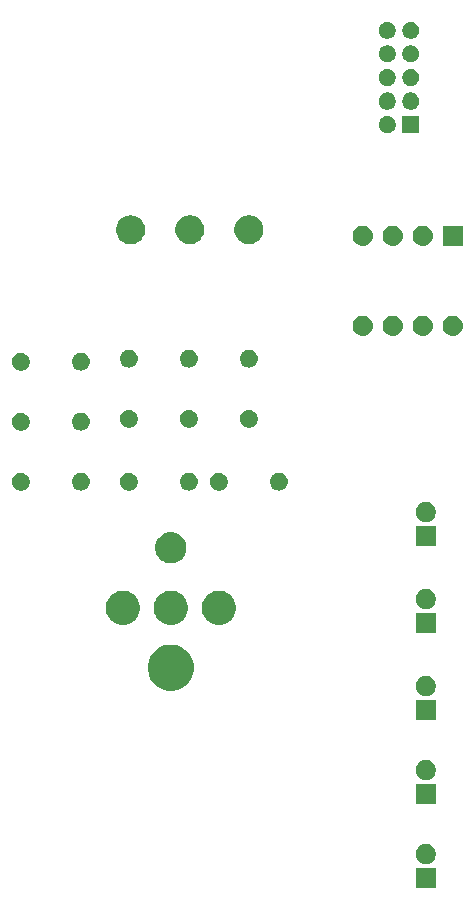
<source format=gbr>
G04 #@! TF.GenerationSoftware,KiCad,Pcbnew,(5.1.4)-1*
G04 #@! TF.CreationDate,2019-10-01T00:12:14+07:00*
G04 #@! TF.ProjectId,Microphone-PreAmp,4d696372-6f70-4686-9f6e-652d50726541,rev?*
G04 #@! TF.SameCoordinates,Original*
G04 #@! TF.FileFunction,Soldermask,Top*
G04 #@! TF.FilePolarity,Negative*
%FSLAX46Y46*%
G04 Gerber Fmt 4.6, Leading zero omitted, Abs format (unit mm)*
G04 Created by KiCad (PCBNEW (5.1.4)-1) date 2019-10-01 00:12:14*
%MOMM*%
%LPD*%
G04 APERTURE LIST*
%ADD10C,0.100000*%
G04 APERTURE END LIST*
D10*
G36*
X94577000Y-124295000D02*
G01*
X92875000Y-124295000D01*
X92875000Y-122593000D01*
X94577000Y-122593000D01*
X94577000Y-124295000D01*
X94577000Y-124295000D01*
G37*
G36*
X93974228Y-120625703D02*
G01*
X94129100Y-120689853D01*
X94268481Y-120782985D01*
X94387015Y-120901519D01*
X94480147Y-121040900D01*
X94544297Y-121195772D01*
X94577000Y-121360184D01*
X94577000Y-121527816D01*
X94544297Y-121692228D01*
X94480147Y-121847100D01*
X94387015Y-121986481D01*
X94268481Y-122105015D01*
X94129100Y-122198147D01*
X93974228Y-122262297D01*
X93809816Y-122295000D01*
X93642184Y-122295000D01*
X93477772Y-122262297D01*
X93322900Y-122198147D01*
X93183519Y-122105015D01*
X93064985Y-121986481D01*
X92971853Y-121847100D01*
X92907703Y-121692228D01*
X92875000Y-121527816D01*
X92875000Y-121360184D01*
X92907703Y-121195772D01*
X92971853Y-121040900D01*
X93064985Y-120901519D01*
X93183519Y-120782985D01*
X93322900Y-120689853D01*
X93477772Y-120625703D01*
X93642184Y-120593000D01*
X93809816Y-120593000D01*
X93974228Y-120625703D01*
X93974228Y-120625703D01*
G37*
G36*
X94577000Y-117183000D02*
G01*
X92875000Y-117183000D01*
X92875000Y-115481000D01*
X94577000Y-115481000D01*
X94577000Y-117183000D01*
X94577000Y-117183000D01*
G37*
G36*
X93974228Y-113513703D02*
G01*
X94129100Y-113577853D01*
X94268481Y-113670985D01*
X94387015Y-113789519D01*
X94480147Y-113928900D01*
X94544297Y-114083772D01*
X94577000Y-114248184D01*
X94577000Y-114415816D01*
X94544297Y-114580228D01*
X94480147Y-114735100D01*
X94387015Y-114874481D01*
X94268481Y-114993015D01*
X94129100Y-115086147D01*
X93974228Y-115150297D01*
X93809816Y-115183000D01*
X93642184Y-115183000D01*
X93477772Y-115150297D01*
X93322900Y-115086147D01*
X93183519Y-114993015D01*
X93064985Y-114874481D01*
X92971853Y-114735100D01*
X92907703Y-114580228D01*
X92875000Y-114415816D01*
X92875000Y-114248184D01*
X92907703Y-114083772D01*
X92971853Y-113928900D01*
X93064985Y-113789519D01*
X93183519Y-113670985D01*
X93322900Y-113577853D01*
X93477772Y-113513703D01*
X93642184Y-113481000D01*
X93809816Y-113481000D01*
X93974228Y-113513703D01*
X93974228Y-113513703D01*
G37*
G36*
X94577000Y-110071000D02*
G01*
X92875000Y-110071000D01*
X92875000Y-108369000D01*
X94577000Y-108369000D01*
X94577000Y-110071000D01*
X94577000Y-110071000D01*
G37*
G36*
X93974228Y-106401703D02*
G01*
X94129100Y-106465853D01*
X94268481Y-106558985D01*
X94387015Y-106677519D01*
X94480147Y-106816900D01*
X94544297Y-106971772D01*
X94577000Y-107136184D01*
X94577000Y-107303816D01*
X94544297Y-107468228D01*
X94480147Y-107623100D01*
X94387015Y-107762481D01*
X94268481Y-107881015D01*
X94129100Y-107974147D01*
X93974228Y-108038297D01*
X93809816Y-108071000D01*
X93642184Y-108071000D01*
X93477772Y-108038297D01*
X93322900Y-107974147D01*
X93183519Y-107881015D01*
X93064985Y-107762481D01*
X92971853Y-107623100D01*
X92907703Y-107468228D01*
X92875000Y-107303816D01*
X92875000Y-107136184D01*
X92907703Y-106971772D01*
X92971853Y-106816900D01*
X93064985Y-106677519D01*
X93183519Y-106558985D01*
X93322900Y-106465853D01*
X93477772Y-106401703D01*
X93642184Y-106369000D01*
X93809816Y-106369000D01*
X93974228Y-106401703D01*
X93974228Y-106401703D01*
G37*
G36*
X72576579Y-103758112D02*
G01*
X72702544Y-103783168D01*
X72849991Y-103844243D01*
X73058512Y-103930615D01*
X73058513Y-103930616D01*
X73378877Y-104144676D01*
X73651324Y-104417123D01*
X73794355Y-104631184D01*
X73865385Y-104737488D01*
X74012832Y-105093457D01*
X74088000Y-105471349D01*
X74088000Y-105856651D01*
X74012832Y-106234543D01*
X73865385Y-106590512D01*
X73865384Y-106590513D01*
X73651324Y-106910877D01*
X73378877Y-107183324D01*
X73164816Y-107326355D01*
X73058512Y-107397385D01*
X72887479Y-107468229D01*
X72702544Y-107544832D01*
X72576579Y-107569888D01*
X72324651Y-107620000D01*
X71939349Y-107620000D01*
X71687421Y-107569888D01*
X71561456Y-107544832D01*
X71376521Y-107468229D01*
X71205488Y-107397385D01*
X71099184Y-107326355D01*
X70885123Y-107183324D01*
X70612676Y-106910877D01*
X70398616Y-106590513D01*
X70398615Y-106590512D01*
X70251168Y-106234543D01*
X70176000Y-105856651D01*
X70176000Y-105471349D01*
X70251168Y-105093457D01*
X70398615Y-104737488D01*
X70469645Y-104631184D01*
X70612676Y-104417123D01*
X70885123Y-104144676D01*
X71205487Y-103930616D01*
X71205488Y-103930615D01*
X71414009Y-103844243D01*
X71561456Y-103783168D01*
X71687421Y-103758112D01*
X71939349Y-103708000D01*
X72324651Y-103708000D01*
X72576579Y-103758112D01*
X72576579Y-103758112D01*
G37*
G36*
X94577000Y-102705000D02*
G01*
X92875000Y-102705000D01*
X92875000Y-101003000D01*
X94577000Y-101003000D01*
X94577000Y-102705000D01*
X94577000Y-102705000D01*
G37*
G36*
X68307540Y-99156523D02*
G01*
X68493783Y-99193569D01*
X68756938Y-99302571D01*
X68993772Y-99460818D01*
X69195182Y-99662228D01*
X69353429Y-99899062D01*
X69462431Y-100162217D01*
X69518000Y-100441581D01*
X69518000Y-100726419D01*
X69462431Y-101005783D01*
X69353429Y-101268938D01*
X69195182Y-101505772D01*
X68993772Y-101707182D01*
X68756938Y-101865429D01*
X68493783Y-101974431D01*
X68307540Y-102011477D01*
X68214420Y-102030000D01*
X67929580Y-102030000D01*
X67836460Y-102011477D01*
X67650217Y-101974431D01*
X67387062Y-101865429D01*
X67150228Y-101707182D01*
X66948818Y-101505772D01*
X66790571Y-101268938D01*
X66681569Y-101005783D01*
X66626000Y-100726419D01*
X66626000Y-100441581D01*
X66681569Y-100162217D01*
X66790571Y-99899062D01*
X66948818Y-99662228D01*
X67150228Y-99460818D01*
X67387062Y-99302571D01*
X67650217Y-99193569D01*
X67836460Y-99156523D01*
X67929580Y-99138000D01*
X68214420Y-99138000D01*
X68307540Y-99156523D01*
X68307540Y-99156523D01*
G37*
G36*
X72367540Y-99156523D02*
G01*
X72553783Y-99193569D01*
X72816938Y-99302571D01*
X73053772Y-99460818D01*
X73255182Y-99662228D01*
X73413429Y-99899062D01*
X73522431Y-100162217D01*
X73578000Y-100441581D01*
X73578000Y-100726419D01*
X73522431Y-101005783D01*
X73413429Y-101268938D01*
X73255182Y-101505772D01*
X73053772Y-101707182D01*
X72816938Y-101865429D01*
X72553783Y-101974431D01*
X72367540Y-102011477D01*
X72274420Y-102030000D01*
X71989580Y-102030000D01*
X71896460Y-102011477D01*
X71710217Y-101974431D01*
X71447062Y-101865429D01*
X71210228Y-101707182D01*
X71008818Y-101505772D01*
X70850571Y-101268938D01*
X70741569Y-101005783D01*
X70686000Y-100726419D01*
X70686000Y-100441581D01*
X70741569Y-100162217D01*
X70850571Y-99899062D01*
X71008818Y-99662228D01*
X71210228Y-99460818D01*
X71447062Y-99302571D01*
X71710217Y-99193569D01*
X71896460Y-99156523D01*
X71989580Y-99138000D01*
X72274420Y-99138000D01*
X72367540Y-99156523D01*
X72367540Y-99156523D01*
G37*
G36*
X76437540Y-99156523D02*
G01*
X76623783Y-99193569D01*
X76886938Y-99302571D01*
X77123772Y-99460818D01*
X77325182Y-99662228D01*
X77483429Y-99899062D01*
X77592431Y-100162217D01*
X77648000Y-100441581D01*
X77648000Y-100726419D01*
X77592431Y-101005783D01*
X77483429Y-101268938D01*
X77325182Y-101505772D01*
X77123772Y-101707182D01*
X76886938Y-101865429D01*
X76623783Y-101974431D01*
X76437540Y-102011477D01*
X76344420Y-102030000D01*
X76059580Y-102030000D01*
X75966460Y-102011477D01*
X75780217Y-101974431D01*
X75517062Y-101865429D01*
X75280228Y-101707182D01*
X75078818Y-101505772D01*
X74920571Y-101268938D01*
X74811569Y-101005783D01*
X74756000Y-100726419D01*
X74756000Y-100441581D01*
X74811569Y-100162217D01*
X74920571Y-99899062D01*
X75078818Y-99662228D01*
X75280228Y-99460818D01*
X75517062Y-99302571D01*
X75780217Y-99193569D01*
X75966460Y-99156523D01*
X76059580Y-99138000D01*
X76344420Y-99138000D01*
X76437540Y-99156523D01*
X76437540Y-99156523D01*
G37*
G36*
X93974228Y-99035703D02*
G01*
X94129100Y-99099853D01*
X94268481Y-99192985D01*
X94387015Y-99311519D01*
X94480147Y-99450900D01*
X94544297Y-99605772D01*
X94577000Y-99770184D01*
X94577000Y-99937816D01*
X94544297Y-100102228D01*
X94480147Y-100257100D01*
X94387015Y-100396481D01*
X94268481Y-100515015D01*
X94129100Y-100608147D01*
X93974228Y-100672297D01*
X93809816Y-100705000D01*
X93642184Y-100705000D01*
X93477772Y-100672297D01*
X93322900Y-100608147D01*
X93183519Y-100515015D01*
X93064985Y-100396481D01*
X92971853Y-100257100D01*
X92907703Y-100102228D01*
X92875000Y-99937816D01*
X92875000Y-99770184D01*
X92907703Y-99605772D01*
X92971853Y-99450900D01*
X93064985Y-99311519D01*
X93183519Y-99192985D01*
X93322900Y-99099853D01*
X93477772Y-99035703D01*
X93642184Y-99003000D01*
X93809816Y-99003000D01*
X93974228Y-99035703D01*
X93974228Y-99035703D01*
G37*
G36*
X72389715Y-94208383D02*
G01*
X72517322Y-94233765D01*
X72658148Y-94292097D01*
X72757727Y-94333344D01*
X72757728Y-94333345D01*
X72974089Y-94477912D01*
X73158088Y-94661911D01*
X73254685Y-94806479D01*
X73302656Y-94878273D01*
X73343903Y-94977852D01*
X73402235Y-95118678D01*
X73402235Y-95118680D01*
X73446060Y-95339000D01*
X73453000Y-95373893D01*
X73453000Y-95634107D01*
X73402235Y-95889322D01*
X73343903Y-96030148D01*
X73302656Y-96129727D01*
X73302655Y-96129728D01*
X73158088Y-96346089D01*
X72974089Y-96530088D01*
X72829521Y-96626685D01*
X72757727Y-96674656D01*
X72658148Y-96715903D01*
X72517322Y-96774235D01*
X72389715Y-96799617D01*
X72262109Y-96825000D01*
X72001891Y-96825000D01*
X71874285Y-96799617D01*
X71746678Y-96774235D01*
X71605852Y-96715903D01*
X71506273Y-96674656D01*
X71434479Y-96626685D01*
X71289911Y-96530088D01*
X71105912Y-96346089D01*
X70961345Y-96129728D01*
X70961344Y-96129727D01*
X70920097Y-96030148D01*
X70861765Y-95889322D01*
X70811000Y-95634107D01*
X70811000Y-95373893D01*
X70817941Y-95339000D01*
X70861765Y-95118680D01*
X70861765Y-95118678D01*
X70920097Y-94977852D01*
X70961344Y-94878273D01*
X71009315Y-94806479D01*
X71105912Y-94661911D01*
X71289911Y-94477912D01*
X71506272Y-94333345D01*
X71506273Y-94333344D01*
X71605852Y-94292097D01*
X71746678Y-94233765D01*
X71874285Y-94208383D01*
X72001891Y-94183000D01*
X72262109Y-94183000D01*
X72389715Y-94208383D01*
X72389715Y-94208383D01*
G37*
G36*
X94577000Y-95339000D02*
G01*
X92875000Y-95339000D01*
X92875000Y-93637000D01*
X94577000Y-93637000D01*
X94577000Y-95339000D01*
X94577000Y-95339000D01*
G37*
G36*
X93974228Y-91669703D02*
G01*
X94129100Y-91733853D01*
X94268481Y-91826985D01*
X94387015Y-91945519D01*
X94480147Y-92084900D01*
X94544297Y-92239772D01*
X94577000Y-92404184D01*
X94577000Y-92571816D01*
X94544297Y-92736228D01*
X94480147Y-92891100D01*
X94387015Y-93030481D01*
X94268481Y-93149015D01*
X94129100Y-93242147D01*
X93974228Y-93306297D01*
X93809816Y-93339000D01*
X93642184Y-93339000D01*
X93477772Y-93306297D01*
X93322900Y-93242147D01*
X93183519Y-93149015D01*
X93064985Y-93030481D01*
X92971853Y-92891100D01*
X92907703Y-92736228D01*
X92875000Y-92571816D01*
X92875000Y-92404184D01*
X92907703Y-92239772D01*
X92971853Y-92084900D01*
X93064985Y-91945519D01*
X93183519Y-91826985D01*
X93322900Y-91733853D01*
X93477772Y-91669703D01*
X93642184Y-91637000D01*
X93809816Y-91637000D01*
X93974228Y-91669703D01*
X93974228Y-91669703D01*
G37*
G36*
X59655059Y-89193860D02*
G01*
X59715294Y-89218810D01*
X59791732Y-89250472D01*
X59914735Y-89332660D01*
X60019340Y-89437265D01*
X60101528Y-89560268D01*
X60158140Y-89696941D01*
X60187000Y-89842033D01*
X60187000Y-89989967D01*
X60158140Y-90135059D01*
X60101528Y-90271732D01*
X60019340Y-90394735D01*
X59914735Y-90499340D01*
X59791732Y-90581528D01*
X59791731Y-90581529D01*
X59791730Y-90581529D01*
X59655059Y-90638140D01*
X59509968Y-90667000D01*
X59362032Y-90667000D01*
X59216941Y-90638140D01*
X59080270Y-90581529D01*
X59080269Y-90581529D01*
X59080268Y-90581528D01*
X58957265Y-90499340D01*
X58852660Y-90394735D01*
X58770472Y-90271732D01*
X58713860Y-90135059D01*
X58685000Y-89989967D01*
X58685000Y-89842033D01*
X58713860Y-89696941D01*
X58770472Y-89560268D01*
X58852660Y-89437265D01*
X58957265Y-89332660D01*
X59080268Y-89250472D01*
X59156707Y-89218810D01*
X59216941Y-89193860D01*
X59362032Y-89165000D01*
X59509968Y-89165000D01*
X59655059Y-89193860D01*
X59655059Y-89193860D01*
G37*
G36*
X64589665Y-89168622D02*
G01*
X64663222Y-89175867D01*
X64804786Y-89218810D01*
X64935252Y-89288546D01*
X64965040Y-89312992D01*
X65049607Y-89382393D01*
X65119008Y-89466960D01*
X65143454Y-89496748D01*
X65213190Y-89627214D01*
X65256133Y-89768778D01*
X65270633Y-89916000D01*
X65256133Y-90063222D01*
X65213190Y-90204786D01*
X65143454Y-90335252D01*
X65119008Y-90365040D01*
X65049607Y-90449607D01*
X64989004Y-90499341D01*
X64935252Y-90543454D01*
X64804786Y-90613190D01*
X64663222Y-90656133D01*
X64589665Y-90663378D01*
X64552888Y-90667000D01*
X64479112Y-90667000D01*
X64442335Y-90663378D01*
X64368778Y-90656133D01*
X64227214Y-90613190D01*
X64096748Y-90543454D01*
X64042996Y-90499341D01*
X63982393Y-90449607D01*
X63912992Y-90365040D01*
X63888546Y-90335252D01*
X63818810Y-90204786D01*
X63775867Y-90063222D01*
X63761367Y-89916000D01*
X63775867Y-89768778D01*
X63818810Y-89627214D01*
X63888546Y-89496748D01*
X63912992Y-89466960D01*
X63982393Y-89382393D01*
X64066960Y-89312992D01*
X64096748Y-89288546D01*
X64227214Y-89218810D01*
X64368778Y-89175867D01*
X64442335Y-89168622D01*
X64479112Y-89165000D01*
X64552888Y-89165000D01*
X64589665Y-89168622D01*
X64589665Y-89168622D01*
G37*
G36*
X68799059Y-89193860D02*
G01*
X68859294Y-89218810D01*
X68935732Y-89250472D01*
X69058735Y-89332660D01*
X69163340Y-89437265D01*
X69245528Y-89560268D01*
X69302140Y-89696941D01*
X69331000Y-89842033D01*
X69331000Y-89989967D01*
X69302140Y-90135059D01*
X69245528Y-90271732D01*
X69163340Y-90394735D01*
X69058735Y-90499340D01*
X68935732Y-90581528D01*
X68935731Y-90581529D01*
X68935730Y-90581529D01*
X68799059Y-90638140D01*
X68653968Y-90667000D01*
X68506032Y-90667000D01*
X68360941Y-90638140D01*
X68224270Y-90581529D01*
X68224269Y-90581529D01*
X68224268Y-90581528D01*
X68101265Y-90499340D01*
X67996660Y-90394735D01*
X67914472Y-90271732D01*
X67857860Y-90135059D01*
X67829000Y-89989967D01*
X67829000Y-89842033D01*
X67857860Y-89696941D01*
X67914472Y-89560268D01*
X67996660Y-89437265D01*
X68101265Y-89332660D01*
X68224268Y-89250472D01*
X68300707Y-89218810D01*
X68360941Y-89193860D01*
X68506032Y-89165000D01*
X68653968Y-89165000D01*
X68799059Y-89193860D01*
X68799059Y-89193860D01*
G37*
G36*
X73733665Y-89168622D02*
G01*
X73807222Y-89175867D01*
X73948786Y-89218810D01*
X74079252Y-89288546D01*
X74109040Y-89312992D01*
X74193607Y-89382393D01*
X74263008Y-89466960D01*
X74287454Y-89496748D01*
X74357190Y-89627214D01*
X74400133Y-89768778D01*
X74414633Y-89916000D01*
X74400133Y-90063222D01*
X74357190Y-90204786D01*
X74287454Y-90335252D01*
X74263008Y-90365040D01*
X74193607Y-90449607D01*
X74133004Y-90499341D01*
X74079252Y-90543454D01*
X73948786Y-90613190D01*
X73807222Y-90656133D01*
X73733665Y-90663378D01*
X73696888Y-90667000D01*
X73623112Y-90667000D01*
X73586335Y-90663378D01*
X73512778Y-90656133D01*
X73371214Y-90613190D01*
X73240748Y-90543454D01*
X73186996Y-90499341D01*
X73126393Y-90449607D01*
X73056992Y-90365040D01*
X73032546Y-90335252D01*
X72962810Y-90204786D01*
X72919867Y-90063222D01*
X72905367Y-89916000D01*
X72919867Y-89768778D01*
X72962810Y-89627214D01*
X73032546Y-89496748D01*
X73056992Y-89466960D01*
X73126393Y-89382393D01*
X73210960Y-89312992D01*
X73240748Y-89288546D01*
X73371214Y-89218810D01*
X73512778Y-89175867D01*
X73586335Y-89168622D01*
X73623112Y-89165000D01*
X73696888Y-89165000D01*
X73733665Y-89168622D01*
X73733665Y-89168622D01*
G37*
G36*
X81353665Y-89168622D02*
G01*
X81427222Y-89175867D01*
X81568786Y-89218810D01*
X81699252Y-89288546D01*
X81729040Y-89312992D01*
X81813607Y-89382393D01*
X81883008Y-89466960D01*
X81907454Y-89496748D01*
X81977190Y-89627214D01*
X82020133Y-89768778D01*
X82034633Y-89916000D01*
X82020133Y-90063222D01*
X81977190Y-90204786D01*
X81907454Y-90335252D01*
X81883008Y-90365040D01*
X81813607Y-90449607D01*
X81753004Y-90499341D01*
X81699252Y-90543454D01*
X81568786Y-90613190D01*
X81427222Y-90656133D01*
X81353665Y-90663378D01*
X81316888Y-90667000D01*
X81243112Y-90667000D01*
X81206335Y-90663378D01*
X81132778Y-90656133D01*
X80991214Y-90613190D01*
X80860748Y-90543454D01*
X80806996Y-90499341D01*
X80746393Y-90449607D01*
X80676992Y-90365040D01*
X80652546Y-90335252D01*
X80582810Y-90204786D01*
X80539867Y-90063222D01*
X80525367Y-89916000D01*
X80539867Y-89768778D01*
X80582810Y-89627214D01*
X80652546Y-89496748D01*
X80676992Y-89466960D01*
X80746393Y-89382393D01*
X80830960Y-89312992D01*
X80860748Y-89288546D01*
X80991214Y-89218810D01*
X81132778Y-89175867D01*
X81206335Y-89168622D01*
X81243112Y-89165000D01*
X81316888Y-89165000D01*
X81353665Y-89168622D01*
X81353665Y-89168622D01*
G37*
G36*
X76419059Y-89193860D02*
G01*
X76479294Y-89218810D01*
X76555732Y-89250472D01*
X76678735Y-89332660D01*
X76783340Y-89437265D01*
X76865528Y-89560268D01*
X76922140Y-89696941D01*
X76951000Y-89842033D01*
X76951000Y-89989967D01*
X76922140Y-90135059D01*
X76865528Y-90271732D01*
X76783340Y-90394735D01*
X76678735Y-90499340D01*
X76555732Y-90581528D01*
X76555731Y-90581529D01*
X76555730Y-90581529D01*
X76419059Y-90638140D01*
X76273968Y-90667000D01*
X76126032Y-90667000D01*
X75980941Y-90638140D01*
X75844270Y-90581529D01*
X75844269Y-90581529D01*
X75844268Y-90581528D01*
X75721265Y-90499340D01*
X75616660Y-90394735D01*
X75534472Y-90271732D01*
X75477860Y-90135059D01*
X75449000Y-89989967D01*
X75449000Y-89842033D01*
X75477860Y-89696941D01*
X75534472Y-89560268D01*
X75616660Y-89437265D01*
X75721265Y-89332660D01*
X75844268Y-89250472D01*
X75920707Y-89218810D01*
X75980941Y-89193860D01*
X76126032Y-89165000D01*
X76273968Y-89165000D01*
X76419059Y-89193860D01*
X76419059Y-89193860D01*
G37*
G36*
X59655059Y-84113860D02*
G01*
X59715294Y-84138810D01*
X59791732Y-84170472D01*
X59914735Y-84252660D01*
X60019340Y-84357265D01*
X60101528Y-84480268D01*
X60158140Y-84616941D01*
X60187000Y-84762033D01*
X60187000Y-84909967D01*
X60158140Y-85055059D01*
X60101528Y-85191732D01*
X60019340Y-85314735D01*
X59914735Y-85419340D01*
X59791732Y-85501528D01*
X59791731Y-85501529D01*
X59791730Y-85501529D01*
X59655059Y-85558140D01*
X59509968Y-85587000D01*
X59362032Y-85587000D01*
X59216941Y-85558140D01*
X59080270Y-85501529D01*
X59080269Y-85501529D01*
X59080268Y-85501528D01*
X58957265Y-85419340D01*
X58852660Y-85314735D01*
X58770472Y-85191732D01*
X58713860Y-85055059D01*
X58685000Y-84909967D01*
X58685000Y-84762033D01*
X58713860Y-84616941D01*
X58770472Y-84480268D01*
X58852660Y-84357265D01*
X58957265Y-84252660D01*
X59080268Y-84170472D01*
X59156707Y-84138810D01*
X59216941Y-84113860D01*
X59362032Y-84085000D01*
X59509968Y-84085000D01*
X59655059Y-84113860D01*
X59655059Y-84113860D01*
G37*
G36*
X64589665Y-84088622D02*
G01*
X64663222Y-84095867D01*
X64804786Y-84138810D01*
X64935252Y-84208546D01*
X64956846Y-84226268D01*
X65049607Y-84302393D01*
X65099296Y-84362941D01*
X65143454Y-84416748D01*
X65213190Y-84547214D01*
X65256133Y-84688778D01*
X65270633Y-84836000D01*
X65256133Y-84983222D01*
X65213190Y-85124786D01*
X65143454Y-85255252D01*
X65119008Y-85285040D01*
X65049607Y-85369607D01*
X64989004Y-85419341D01*
X64935252Y-85463454D01*
X64804786Y-85533190D01*
X64663222Y-85576133D01*
X64589665Y-85583378D01*
X64552888Y-85587000D01*
X64479112Y-85587000D01*
X64442335Y-85583378D01*
X64368778Y-85576133D01*
X64227214Y-85533190D01*
X64096748Y-85463454D01*
X64042996Y-85419341D01*
X63982393Y-85369607D01*
X63912992Y-85285040D01*
X63888546Y-85255252D01*
X63818810Y-85124786D01*
X63775867Y-84983222D01*
X63761367Y-84836000D01*
X63775867Y-84688778D01*
X63818810Y-84547214D01*
X63888546Y-84416748D01*
X63932704Y-84362941D01*
X63982393Y-84302393D01*
X64075154Y-84226268D01*
X64096748Y-84208546D01*
X64227214Y-84138810D01*
X64368778Y-84095867D01*
X64442335Y-84088622D01*
X64479112Y-84085000D01*
X64552888Y-84085000D01*
X64589665Y-84088622D01*
X64589665Y-84088622D01*
G37*
G36*
X78959059Y-83859860D02*
G01*
X79095732Y-83916472D01*
X79218735Y-83998660D01*
X79323340Y-84103265D01*
X79405528Y-84226268D01*
X79462140Y-84362941D01*
X79491000Y-84508033D01*
X79491000Y-84655967D01*
X79462140Y-84801059D01*
X79405528Y-84937732D01*
X79323340Y-85060735D01*
X79218735Y-85165340D01*
X79095732Y-85247528D01*
X79095731Y-85247529D01*
X79095730Y-85247529D01*
X78959059Y-85304140D01*
X78813968Y-85333000D01*
X78666032Y-85333000D01*
X78520941Y-85304140D01*
X78384270Y-85247529D01*
X78384269Y-85247529D01*
X78384268Y-85247528D01*
X78261265Y-85165340D01*
X78156660Y-85060735D01*
X78074472Y-84937732D01*
X78017860Y-84801059D01*
X77989000Y-84655967D01*
X77989000Y-84508033D01*
X78017860Y-84362941D01*
X78074472Y-84226268D01*
X78156660Y-84103265D01*
X78261265Y-83998660D01*
X78384268Y-83916472D01*
X78520941Y-83859860D01*
X78666032Y-83831000D01*
X78813968Y-83831000D01*
X78959059Y-83859860D01*
X78959059Y-83859860D01*
G37*
G36*
X73879059Y-83859860D02*
G01*
X74015732Y-83916472D01*
X74138735Y-83998660D01*
X74243340Y-84103265D01*
X74325528Y-84226268D01*
X74382140Y-84362941D01*
X74411000Y-84508033D01*
X74411000Y-84655967D01*
X74382140Y-84801059D01*
X74325528Y-84937732D01*
X74243340Y-85060735D01*
X74138735Y-85165340D01*
X74015732Y-85247528D01*
X74015731Y-85247529D01*
X74015730Y-85247529D01*
X73879059Y-85304140D01*
X73733968Y-85333000D01*
X73586032Y-85333000D01*
X73440941Y-85304140D01*
X73304270Y-85247529D01*
X73304269Y-85247529D01*
X73304268Y-85247528D01*
X73181265Y-85165340D01*
X73076660Y-85060735D01*
X72994472Y-84937732D01*
X72937860Y-84801059D01*
X72909000Y-84655967D01*
X72909000Y-84508033D01*
X72937860Y-84362941D01*
X72994472Y-84226268D01*
X73076660Y-84103265D01*
X73181265Y-83998660D01*
X73304268Y-83916472D01*
X73440941Y-83859860D01*
X73586032Y-83831000D01*
X73733968Y-83831000D01*
X73879059Y-83859860D01*
X73879059Y-83859860D01*
G37*
G36*
X68799059Y-83859860D02*
G01*
X68935732Y-83916472D01*
X69058735Y-83998660D01*
X69163340Y-84103265D01*
X69245528Y-84226268D01*
X69302140Y-84362941D01*
X69331000Y-84508033D01*
X69331000Y-84655967D01*
X69302140Y-84801059D01*
X69245528Y-84937732D01*
X69163340Y-85060735D01*
X69058735Y-85165340D01*
X68935732Y-85247528D01*
X68935731Y-85247529D01*
X68935730Y-85247529D01*
X68799059Y-85304140D01*
X68653968Y-85333000D01*
X68506032Y-85333000D01*
X68360941Y-85304140D01*
X68224270Y-85247529D01*
X68224269Y-85247529D01*
X68224268Y-85247528D01*
X68101265Y-85165340D01*
X67996660Y-85060735D01*
X67914472Y-84937732D01*
X67857860Y-84801059D01*
X67829000Y-84655967D01*
X67829000Y-84508033D01*
X67857860Y-84362941D01*
X67914472Y-84226268D01*
X67996660Y-84103265D01*
X68101265Y-83998660D01*
X68224268Y-83916472D01*
X68360941Y-83859860D01*
X68506032Y-83831000D01*
X68653968Y-83831000D01*
X68799059Y-83859860D01*
X68799059Y-83859860D01*
G37*
G36*
X59655059Y-79033860D02*
G01*
X59715294Y-79058810D01*
X59791732Y-79090472D01*
X59914735Y-79172660D01*
X60019340Y-79277265D01*
X60101528Y-79400268D01*
X60158140Y-79536941D01*
X60187000Y-79682033D01*
X60187000Y-79829967D01*
X60158140Y-79975059D01*
X60101528Y-80111732D01*
X60019340Y-80234735D01*
X59914735Y-80339340D01*
X59791732Y-80421528D01*
X59791731Y-80421529D01*
X59791730Y-80421529D01*
X59655059Y-80478140D01*
X59509968Y-80507000D01*
X59362032Y-80507000D01*
X59216941Y-80478140D01*
X59080270Y-80421529D01*
X59080269Y-80421529D01*
X59080268Y-80421528D01*
X58957265Y-80339340D01*
X58852660Y-80234735D01*
X58770472Y-80111732D01*
X58713860Y-79975059D01*
X58685000Y-79829967D01*
X58685000Y-79682033D01*
X58713860Y-79536941D01*
X58770472Y-79400268D01*
X58852660Y-79277265D01*
X58957265Y-79172660D01*
X59080268Y-79090472D01*
X59156707Y-79058810D01*
X59216941Y-79033860D01*
X59362032Y-79005000D01*
X59509968Y-79005000D01*
X59655059Y-79033860D01*
X59655059Y-79033860D01*
G37*
G36*
X64589665Y-79008622D02*
G01*
X64663222Y-79015867D01*
X64804786Y-79058810D01*
X64935252Y-79128546D01*
X64965040Y-79152992D01*
X65049607Y-79222393D01*
X65119008Y-79306960D01*
X65143454Y-79336748D01*
X65213190Y-79467214D01*
X65256133Y-79608778D01*
X65270633Y-79756000D01*
X65256133Y-79903222D01*
X65213190Y-80044786D01*
X65143454Y-80175252D01*
X65119008Y-80205040D01*
X65049607Y-80289607D01*
X64989004Y-80339341D01*
X64935252Y-80383454D01*
X64804786Y-80453190D01*
X64663222Y-80496133D01*
X64589665Y-80503378D01*
X64552888Y-80507000D01*
X64479112Y-80507000D01*
X64442335Y-80503378D01*
X64368778Y-80496133D01*
X64227214Y-80453190D01*
X64096748Y-80383454D01*
X64042996Y-80339341D01*
X63982393Y-80289607D01*
X63912992Y-80205040D01*
X63888546Y-80175252D01*
X63818810Y-80044786D01*
X63775867Y-79903222D01*
X63761367Y-79756000D01*
X63775867Y-79608778D01*
X63818810Y-79467214D01*
X63888546Y-79336748D01*
X63912992Y-79306960D01*
X63982393Y-79222393D01*
X64066960Y-79152992D01*
X64096748Y-79128546D01*
X64227214Y-79058810D01*
X64368778Y-79015867D01*
X64442335Y-79008622D01*
X64479112Y-79005000D01*
X64552888Y-79005000D01*
X64589665Y-79008622D01*
X64589665Y-79008622D01*
G37*
G36*
X68653665Y-78754622D02*
G01*
X68727222Y-78761867D01*
X68868786Y-78804810D01*
X68999252Y-78874546D01*
X69029040Y-78898992D01*
X69113607Y-78968393D01*
X69167333Y-79033860D01*
X69207454Y-79082748D01*
X69277190Y-79213214D01*
X69320133Y-79354778D01*
X69334633Y-79502000D01*
X69320133Y-79649222D01*
X69277190Y-79790786D01*
X69207454Y-79921252D01*
X69183008Y-79951040D01*
X69113607Y-80035607D01*
X69029040Y-80105008D01*
X68999252Y-80129454D01*
X68868786Y-80199190D01*
X68727222Y-80242133D01*
X68653665Y-80249378D01*
X68616888Y-80253000D01*
X68543112Y-80253000D01*
X68506335Y-80249378D01*
X68432778Y-80242133D01*
X68291214Y-80199190D01*
X68160748Y-80129454D01*
X68130960Y-80105008D01*
X68046393Y-80035607D01*
X67976992Y-79951040D01*
X67952546Y-79921252D01*
X67882810Y-79790786D01*
X67839867Y-79649222D01*
X67825367Y-79502000D01*
X67839867Y-79354778D01*
X67882810Y-79213214D01*
X67952546Y-79082748D01*
X67992667Y-79033860D01*
X68046393Y-78968393D01*
X68130960Y-78898992D01*
X68160748Y-78874546D01*
X68291214Y-78804810D01*
X68432778Y-78761867D01*
X68506335Y-78754622D01*
X68543112Y-78751000D01*
X68616888Y-78751000D01*
X68653665Y-78754622D01*
X68653665Y-78754622D01*
G37*
G36*
X78813665Y-78754622D02*
G01*
X78887222Y-78761867D01*
X79028786Y-78804810D01*
X79159252Y-78874546D01*
X79189040Y-78898992D01*
X79273607Y-78968393D01*
X79327333Y-79033860D01*
X79367454Y-79082748D01*
X79437190Y-79213214D01*
X79480133Y-79354778D01*
X79494633Y-79502000D01*
X79480133Y-79649222D01*
X79437190Y-79790786D01*
X79367454Y-79921252D01*
X79343008Y-79951040D01*
X79273607Y-80035607D01*
X79189040Y-80105008D01*
X79159252Y-80129454D01*
X79028786Y-80199190D01*
X78887222Y-80242133D01*
X78813665Y-80249378D01*
X78776888Y-80253000D01*
X78703112Y-80253000D01*
X78666335Y-80249378D01*
X78592778Y-80242133D01*
X78451214Y-80199190D01*
X78320748Y-80129454D01*
X78290960Y-80105008D01*
X78206393Y-80035607D01*
X78136992Y-79951040D01*
X78112546Y-79921252D01*
X78042810Y-79790786D01*
X77999867Y-79649222D01*
X77985367Y-79502000D01*
X77999867Y-79354778D01*
X78042810Y-79213214D01*
X78112546Y-79082748D01*
X78152667Y-79033860D01*
X78206393Y-78968393D01*
X78290960Y-78898992D01*
X78320748Y-78874546D01*
X78451214Y-78804810D01*
X78592778Y-78761867D01*
X78666335Y-78754622D01*
X78703112Y-78751000D01*
X78776888Y-78751000D01*
X78813665Y-78754622D01*
X78813665Y-78754622D01*
G37*
G36*
X73733665Y-78754622D02*
G01*
X73807222Y-78761867D01*
X73948786Y-78804810D01*
X74079252Y-78874546D01*
X74109040Y-78898992D01*
X74193607Y-78968393D01*
X74247333Y-79033860D01*
X74287454Y-79082748D01*
X74357190Y-79213214D01*
X74400133Y-79354778D01*
X74414633Y-79502000D01*
X74400133Y-79649222D01*
X74357190Y-79790786D01*
X74287454Y-79921252D01*
X74263008Y-79951040D01*
X74193607Y-80035607D01*
X74109040Y-80105008D01*
X74079252Y-80129454D01*
X73948786Y-80199190D01*
X73807222Y-80242133D01*
X73733665Y-80249378D01*
X73696888Y-80253000D01*
X73623112Y-80253000D01*
X73586335Y-80249378D01*
X73512778Y-80242133D01*
X73371214Y-80199190D01*
X73240748Y-80129454D01*
X73210960Y-80105008D01*
X73126393Y-80035607D01*
X73056992Y-79951040D01*
X73032546Y-79921252D01*
X72962810Y-79790786D01*
X72919867Y-79649222D01*
X72905367Y-79502000D01*
X72919867Y-79354778D01*
X72962810Y-79213214D01*
X73032546Y-79082748D01*
X73072667Y-79033860D01*
X73126393Y-78968393D01*
X73210960Y-78898992D01*
X73240748Y-78874546D01*
X73371214Y-78804810D01*
X73512778Y-78761867D01*
X73586335Y-78754622D01*
X73623112Y-78751000D01*
X73696888Y-78751000D01*
X73733665Y-78754622D01*
X73733665Y-78754622D01*
G37*
G36*
X96178823Y-75869313D02*
G01*
X96339242Y-75917976D01*
X96471906Y-75988886D01*
X96487078Y-75996996D01*
X96616659Y-76103341D01*
X96723004Y-76232922D01*
X96723005Y-76232924D01*
X96802024Y-76380758D01*
X96850687Y-76541177D01*
X96867117Y-76708000D01*
X96850687Y-76874823D01*
X96802024Y-77035242D01*
X96731114Y-77167906D01*
X96723004Y-77183078D01*
X96616659Y-77312659D01*
X96487078Y-77419004D01*
X96487076Y-77419005D01*
X96339242Y-77498024D01*
X96178823Y-77546687D01*
X96053804Y-77559000D01*
X95970196Y-77559000D01*
X95845177Y-77546687D01*
X95684758Y-77498024D01*
X95536924Y-77419005D01*
X95536922Y-77419004D01*
X95407341Y-77312659D01*
X95300996Y-77183078D01*
X95292886Y-77167906D01*
X95221976Y-77035242D01*
X95173313Y-76874823D01*
X95156883Y-76708000D01*
X95173313Y-76541177D01*
X95221976Y-76380758D01*
X95300995Y-76232924D01*
X95300996Y-76232922D01*
X95407341Y-76103341D01*
X95536922Y-75996996D01*
X95552094Y-75988886D01*
X95684758Y-75917976D01*
X95845177Y-75869313D01*
X95970196Y-75857000D01*
X96053804Y-75857000D01*
X96178823Y-75869313D01*
X96178823Y-75869313D01*
G37*
G36*
X93638823Y-75869313D02*
G01*
X93799242Y-75917976D01*
X93931906Y-75988886D01*
X93947078Y-75996996D01*
X94076659Y-76103341D01*
X94183004Y-76232922D01*
X94183005Y-76232924D01*
X94262024Y-76380758D01*
X94310687Y-76541177D01*
X94327117Y-76708000D01*
X94310687Y-76874823D01*
X94262024Y-77035242D01*
X94191114Y-77167906D01*
X94183004Y-77183078D01*
X94076659Y-77312659D01*
X93947078Y-77419004D01*
X93947076Y-77419005D01*
X93799242Y-77498024D01*
X93638823Y-77546687D01*
X93513804Y-77559000D01*
X93430196Y-77559000D01*
X93305177Y-77546687D01*
X93144758Y-77498024D01*
X92996924Y-77419005D01*
X92996922Y-77419004D01*
X92867341Y-77312659D01*
X92760996Y-77183078D01*
X92752886Y-77167906D01*
X92681976Y-77035242D01*
X92633313Y-76874823D01*
X92616883Y-76708000D01*
X92633313Y-76541177D01*
X92681976Y-76380758D01*
X92760995Y-76232924D01*
X92760996Y-76232922D01*
X92867341Y-76103341D01*
X92996922Y-75996996D01*
X93012094Y-75988886D01*
X93144758Y-75917976D01*
X93305177Y-75869313D01*
X93430196Y-75857000D01*
X93513804Y-75857000D01*
X93638823Y-75869313D01*
X93638823Y-75869313D01*
G37*
G36*
X91098823Y-75869313D02*
G01*
X91259242Y-75917976D01*
X91391906Y-75988886D01*
X91407078Y-75996996D01*
X91536659Y-76103341D01*
X91643004Y-76232922D01*
X91643005Y-76232924D01*
X91722024Y-76380758D01*
X91770687Y-76541177D01*
X91787117Y-76708000D01*
X91770687Y-76874823D01*
X91722024Y-77035242D01*
X91651114Y-77167906D01*
X91643004Y-77183078D01*
X91536659Y-77312659D01*
X91407078Y-77419004D01*
X91407076Y-77419005D01*
X91259242Y-77498024D01*
X91098823Y-77546687D01*
X90973804Y-77559000D01*
X90890196Y-77559000D01*
X90765177Y-77546687D01*
X90604758Y-77498024D01*
X90456924Y-77419005D01*
X90456922Y-77419004D01*
X90327341Y-77312659D01*
X90220996Y-77183078D01*
X90212886Y-77167906D01*
X90141976Y-77035242D01*
X90093313Y-76874823D01*
X90076883Y-76708000D01*
X90093313Y-76541177D01*
X90141976Y-76380758D01*
X90220995Y-76232924D01*
X90220996Y-76232922D01*
X90327341Y-76103341D01*
X90456922Y-75996996D01*
X90472094Y-75988886D01*
X90604758Y-75917976D01*
X90765177Y-75869313D01*
X90890196Y-75857000D01*
X90973804Y-75857000D01*
X91098823Y-75869313D01*
X91098823Y-75869313D01*
G37*
G36*
X88558823Y-75869313D02*
G01*
X88719242Y-75917976D01*
X88851906Y-75988886D01*
X88867078Y-75996996D01*
X88996659Y-76103341D01*
X89103004Y-76232922D01*
X89103005Y-76232924D01*
X89182024Y-76380758D01*
X89230687Y-76541177D01*
X89247117Y-76708000D01*
X89230687Y-76874823D01*
X89182024Y-77035242D01*
X89111114Y-77167906D01*
X89103004Y-77183078D01*
X88996659Y-77312659D01*
X88867078Y-77419004D01*
X88867076Y-77419005D01*
X88719242Y-77498024D01*
X88558823Y-77546687D01*
X88433804Y-77559000D01*
X88350196Y-77559000D01*
X88225177Y-77546687D01*
X88064758Y-77498024D01*
X87916924Y-77419005D01*
X87916922Y-77419004D01*
X87787341Y-77312659D01*
X87680996Y-77183078D01*
X87672886Y-77167906D01*
X87601976Y-77035242D01*
X87553313Y-76874823D01*
X87536883Y-76708000D01*
X87553313Y-76541177D01*
X87601976Y-76380758D01*
X87680995Y-76232924D01*
X87680996Y-76232922D01*
X87787341Y-76103341D01*
X87916922Y-75996996D01*
X87932094Y-75988886D01*
X88064758Y-75917976D01*
X88225177Y-75869313D01*
X88350196Y-75857000D01*
X88433804Y-75857000D01*
X88558823Y-75869313D01*
X88558823Y-75869313D01*
G37*
G36*
X88558823Y-68249313D02*
G01*
X88719242Y-68297976D01*
X88851906Y-68368886D01*
X88867078Y-68376996D01*
X88996659Y-68483341D01*
X89103004Y-68612922D01*
X89103005Y-68612924D01*
X89182024Y-68760758D01*
X89230687Y-68921177D01*
X89247117Y-69088000D01*
X89230687Y-69254823D01*
X89182024Y-69415242D01*
X89121533Y-69528413D01*
X89103004Y-69563078D01*
X88996659Y-69692659D01*
X88867078Y-69799004D01*
X88867076Y-69799005D01*
X88719242Y-69878024D01*
X88558823Y-69926687D01*
X88433804Y-69939000D01*
X88350196Y-69939000D01*
X88225177Y-69926687D01*
X88064758Y-69878024D01*
X87916924Y-69799005D01*
X87916922Y-69799004D01*
X87787341Y-69692659D01*
X87680996Y-69563078D01*
X87662467Y-69528413D01*
X87601976Y-69415242D01*
X87553313Y-69254823D01*
X87536883Y-69088000D01*
X87553313Y-68921177D01*
X87601976Y-68760758D01*
X87680995Y-68612924D01*
X87680996Y-68612922D01*
X87787341Y-68483341D01*
X87916922Y-68376996D01*
X87932094Y-68368886D01*
X88064758Y-68297976D01*
X88225177Y-68249313D01*
X88350196Y-68237000D01*
X88433804Y-68237000D01*
X88558823Y-68249313D01*
X88558823Y-68249313D01*
G37*
G36*
X91098823Y-68249313D02*
G01*
X91259242Y-68297976D01*
X91391906Y-68368886D01*
X91407078Y-68376996D01*
X91536659Y-68483341D01*
X91643004Y-68612922D01*
X91643005Y-68612924D01*
X91722024Y-68760758D01*
X91770687Y-68921177D01*
X91787117Y-69088000D01*
X91770687Y-69254823D01*
X91722024Y-69415242D01*
X91661533Y-69528413D01*
X91643004Y-69563078D01*
X91536659Y-69692659D01*
X91407078Y-69799004D01*
X91407076Y-69799005D01*
X91259242Y-69878024D01*
X91098823Y-69926687D01*
X90973804Y-69939000D01*
X90890196Y-69939000D01*
X90765177Y-69926687D01*
X90604758Y-69878024D01*
X90456924Y-69799005D01*
X90456922Y-69799004D01*
X90327341Y-69692659D01*
X90220996Y-69563078D01*
X90202467Y-69528413D01*
X90141976Y-69415242D01*
X90093313Y-69254823D01*
X90076883Y-69088000D01*
X90093313Y-68921177D01*
X90141976Y-68760758D01*
X90220995Y-68612924D01*
X90220996Y-68612922D01*
X90327341Y-68483341D01*
X90456922Y-68376996D01*
X90472094Y-68368886D01*
X90604758Y-68297976D01*
X90765177Y-68249313D01*
X90890196Y-68237000D01*
X90973804Y-68237000D01*
X91098823Y-68249313D01*
X91098823Y-68249313D01*
G37*
G36*
X96863000Y-69939000D02*
G01*
X95161000Y-69939000D01*
X95161000Y-68237000D01*
X96863000Y-68237000D01*
X96863000Y-69939000D01*
X96863000Y-69939000D01*
G37*
G36*
X93638823Y-68249313D02*
G01*
X93799242Y-68297976D01*
X93931906Y-68368886D01*
X93947078Y-68376996D01*
X94076659Y-68483341D01*
X94183004Y-68612922D01*
X94183005Y-68612924D01*
X94262024Y-68760758D01*
X94310687Y-68921177D01*
X94327117Y-69088000D01*
X94310687Y-69254823D01*
X94262024Y-69415242D01*
X94201533Y-69528413D01*
X94183004Y-69563078D01*
X94076659Y-69692659D01*
X93947078Y-69799004D01*
X93947076Y-69799005D01*
X93799242Y-69878024D01*
X93638823Y-69926687D01*
X93513804Y-69939000D01*
X93430196Y-69939000D01*
X93305177Y-69926687D01*
X93144758Y-69878024D01*
X92996924Y-69799005D01*
X92996922Y-69799004D01*
X92867341Y-69692659D01*
X92760996Y-69563078D01*
X92742467Y-69528413D01*
X92681976Y-69415242D01*
X92633313Y-69254823D01*
X92616883Y-69088000D01*
X92633313Y-68921177D01*
X92681976Y-68760758D01*
X92760995Y-68612924D01*
X92760996Y-68612922D01*
X92867341Y-68483341D01*
X92996922Y-68376996D01*
X93012094Y-68368886D01*
X93144758Y-68297976D01*
X93305177Y-68249313D01*
X93430196Y-68237000D01*
X93513804Y-68237000D01*
X93638823Y-68249313D01*
X93638823Y-68249313D01*
G37*
G36*
X78978205Y-67382461D02*
G01*
X79096153Y-67405922D01*
X79188194Y-67444047D01*
X79318359Y-67497963D01*
X79518342Y-67631587D01*
X79688413Y-67801658D01*
X79822037Y-68001641D01*
X79875953Y-68131806D01*
X79914078Y-68223847D01*
X79928823Y-68297975D01*
X79961000Y-68459741D01*
X79961000Y-68700259D01*
X79914078Y-68936152D01*
X79822037Y-69158359D01*
X79688413Y-69358342D01*
X79518342Y-69528413D01*
X79318359Y-69662037D01*
X79188194Y-69715953D01*
X79096153Y-69754078D01*
X78860259Y-69801000D01*
X78619741Y-69801000D01*
X78383847Y-69754078D01*
X78291806Y-69715953D01*
X78161641Y-69662037D01*
X77961658Y-69528413D01*
X77791587Y-69358342D01*
X77657963Y-69158359D01*
X77565922Y-68936152D01*
X77519000Y-68700259D01*
X77519000Y-68459741D01*
X77551177Y-68297975D01*
X77565922Y-68223847D01*
X77604047Y-68131806D01*
X77657963Y-68001641D01*
X77791587Y-67801658D01*
X77961658Y-67631587D01*
X78161641Y-67497963D01*
X78291806Y-67444047D01*
X78383847Y-67405922D01*
X78501795Y-67382461D01*
X78619741Y-67359000D01*
X78860259Y-67359000D01*
X78978205Y-67382461D01*
X78978205Y-67382461D01*
G37*
G36*
X68978205Y-67382461D02*
G01*
X69096153Y-67405922D01*
X69188194Y-67444047D01*
X69318359Y-67497963D01*
X69518342Y-67631587D01*
X69688413Y-67801658D01*
X69822037Y-68001641D01*
X69875953Y-68131806D01*
X69914078Y-68223847D01*
X69928823Y-68297975D01*
X69961000Y-68459741D01*
X69961000Y-68700259D01*
X69914078Y-68936152D01*
X69822037Y-69158359D01*
X69688413Y-69358342D01*
X69518342Y-69528413D01*
X69318359Y-69662037D01*
X69188194Y-69715953D01*
X69096153Y-69754078D01*
X68860259Y-69801000D01*
X68619741Y-69801000D01*
X68383847Y-69754078D01*
X68291806Y-69715953D01*
X68161641Y-69662037D01*
X67961658Y-69528413D01*
X67791587Y-69358342D01*
X67657963Y-69158359D01*
X67565922Y-68936152D01*
X67519000Y-68700259D01*
X67519000Y-68459741D01*
X67551177Y-68297975D01*
X67565922Y-68223847D01*
X67604047Y-68131806D01*
X67657963Y-68001641D01*
X67791587Y-67801658D01*
X67961658Y-67631587D01*
X68161641Y-67497963D01*
X68291806Y-67444047D01*
X68383847Y-67405922D01*
X68501795Y-67382461D01*
X68619741Y-67359000D01*
X68860259Y-67359000D01*
X68978205Y-67382461D01*
X68978205Y-67382461D01*
G37*
G36*
X73978205Y-67382461D02*
G01*
X74096153Y-67405922D01*
X74188194Y-67444047D01*
X74318359Y-67497963D01*
X74518342Y-67631587D01*
X74688413Y-67801658D01*
X74822037Y-68001641D01*
X74875953Y-68131806D01*
X74914078Y-68223847D01*
X74928823Y-68297975D01*
X74961000Y-68459741D01*
X74961000Y-68700259D01*
X74914078Y-68936152D01*
X74822037Y-69158359D01*
X74688413Y-69358342D01*
X74518342Y-69528413D01*
X74318359Y-69662037D01*
X74188194Y-69715953D01*
X74096153Y-69754078D01*
X73860259Y-69801000D01*
X73619741Y-69801000D01*
X73383847Y-69754078D01*
X73291806Y-69715953D01*
X73161641Y-69662037D01*
X72961658Y-69528413D01*
X72791587Y-69358342D01*
X72657963Y-69158359D01*
X72565922Y-68936152D01*
X72519000Y-68700259D01*
X72519000Y-68459741D01*
X72551177Y-68297975D01*
X72565922Y-68223847D01*
X72604047Y-68131806D01*
X72657963Y-68001641D01*
X72791587Y-67801658D01*
X72961658Y-67631587D01*
X73161641Y-67497963D01*
X73291806Y-67444047D01*
X73383847Y-67405922D01*
X73501795Y-67382461D01*
X73619741Y-67359000D01*
X73860259Y-67359000D01*
X73978205Y-67382461D01*
X73978205Y-67382461D01*
G37*
G36*
X93182000Y-60416000D02*
G01*
X91730000Y-60416000D01*
X91730000Y-58964000D01*
X93182000Y-58964000D01*
X93182000Y-60416000D01*
X93182000Y-60416000D01*
G37*
G36*
X90667766Y-58991899D02*
G01*
X90799888Y-59046626D01*
X90799890Y-59046627D01*
X90918798Y-59126079D01*
X91019921Y-59227202D01*
X91019922Y-59227204D01*
X91099374Y-59346112D01*
X91154101Y-59478234D01*
X91182000Y-59618494D01*
X91182000Y-59761506D01*
X91154101Y-59901766D01*
X91099374Y-60033888D01*
X91099373Y-60033890D01*
X91019921Y-60152798D01*
X90918798Y-60253921D01*
X90799890Y-60333373D01*
X90799889Y-60333374D01*
X90799888Y-60333374D01*
X90667766Y-60388101D01*
X90527506Y-60416000D01*
X90384494Y-60416000D01*
X90244234Y-60388101D01*
X90112112Y-60333374D01*
X90112111Y-60333374D01*
X90112110Y-60333373D01*
X89993202Y-60253921D01*
X89892079Y-60152798D01*
X89812627Y-60033890D01*
X89812626Y-60033888D01*
X89757899Y-59901766D01*
X89730000Y-59761506D01*
X89730000Y-59618494D01*
X89757899Y-59478234D01*
X89812626Y-59346112D01*
X89892078Y-59227204D01*
X89892079Y-59227202D01*
X89993202Y-59126079D01*
X90112110Y-59046627D01*
X90112112Y-59046626D01*
X90244234Y-58991899D01*
X90384494Y-58964000D01*
X90527506Y-58964000D01*
X90667766Y-58991899D01*
X90667766Y-58991899D01*
G37*
G36*
X92667766Y-56991899D02*
G01*
X92799888Y-57046626D01*
X92799890Y-57046627D01*
X92918798Y-57126079D01*
X93019921Y-57227202D01*
X93019922Y-57227204D01*
X93099374Y-57346112D01*
X93154101Y-57478234D01*
X93182000Y-57618494D01*
X93182000Y-57761506D01*
X93154101Y-57901766D01*
X93099374Y-58033888D01*
X93099373Y-58033890D01*
X93019921Y-58152798D01*
X92918798Y-58253921D01*
X92799890Y-58333373D01*
X92799889Y-58333374D01*
X92799888Y-58333374D01*
X92667766Y-58388101D01*
X92527506Y-58416000D01*
X92384494Y-58416000D01*
X92244234Y-58388101D01*
X92112112Y-58333374D01*
X92112111Y-58333374D01*
X92112110Y-58333373D01*
X91993202Y-58253921D01*
X91892079Y-58152798D01*
X91812627Y-58033890D01*
X91812626Y-58033888D01*
X91757899Y-57901766D01*
X91730000Y-57761506D01*
X91730000Y-57618494D01*
X91757899Y-57478234D01*
X91812626Y-57346112D01*
X91892078Y-57227204D01*
X91892079Y-57227202D01*
X91993202Y-57126079D01*
X92112110Y-57046627D01*
X92112112Y-57046626D01*
X92244234Y-56991899D01*
X92384494Y-56964000D01*
X92527506Y-56964000D01*
X92667766Y-56991899D01*
X92667766Y-56991899D01*
G37*
G36*
X90667766Y-56991899D02*
G01*
X90799888Y-57046626D01*
X90799890Y-57046627D01*
X90918798Y-57126079D01*
X91019921Y-57227202D01*
X91019922Y-57227204D01*
X91099374Y-57346112D01*
X91154101Y-57478234D01*
X91182000Y-57618494D01*
X91182000Y-57761506D01*
X91154101Y-57901766D01*
X91099374Y-58033888D01*
X91099373Y-58033890D01*
X91019921Y-58152798D01*
X90918798Y-58253921D01*
X90799890Y-58333373D01*
X90799889Y-58333374D01*
X90799888Y-58333374D01*
X90667766Y-58388101D01*
X90527506Y-58416000D01*
X90384494Y-58416000D01*
X90244234Y-58388101D01*
X90112112Y-58333374D01*
X90112111Y-58333374D01*
X90112110Y-58333373D01*
X89993202Y-58253921D01*
X89892079Y-58152798D01*
X89812627Y-58033890D01*
X89812626Y-58033888D01*
X89757899Y-57901766D01*
X89730000Y-57761506D01*
X89730000Y-57618494D01*
X89757899Y-57478234D01*
X89812626Y-57346112D01*
X89892078Y-57227204D01*
X89892079Y-57227202D01*
X89993202Y-57126079D01*
X90112110Y-57046627D01*
X90112112Y-57046626D01*
X90244234Y-56991899D01*
X90384494Y-56964000D01*
X90527506Y-56964000D01*
X90667766Y-56991899D01*
X90667766Y-56991899D01*
G37*
G36*
X90667766Y-54991899D02*
G01*
X90799888Y-55046626D01*
X90799890Y-55046627D01*
X90918798Y-55126079D01*
X91019921Y-55227202D01*
X91019922Y-55227204D01*
X91099374Y-55346112D01*
X91154101Y-55478234D01*
X91182000Y-55618494D01*
X91182000Y-55761506D01*
X91154101Y-55901766D01*
X91099374Y-56033888D01*
X91099373Y-56033890D01*
X91019921Y-56152798D01*
X90918798Y-56253921D01*
X90799890Y-56333373D01*
X90799889Y-56333374D01*
X90799888Y-56333374D01*
X90667766Y-56388101D01*
X90527506Y-56416000D01*
X90384494Y-56416000D01*
X90244234Y-56388101D01*
X90112112Y-56333374D01*
X90112111Y-56333374D01*
X90112110Y-56333373D01*
X89993202Y-56253921D01*
X89892079Y-56152798D01*
X89812627Y-56033890D01*
X89812626Y-56033888D01*
X89757899Y-55901766D01*
X89730000Y-55761506D01*
X89730000Y-55618494D01*
X89757899Y-55478234D01*
X89812626Y-55346112D01*
X89892078Y-55227204D01*
X89892079Y-55227202D01*
X89993202Y-55126079D01*
X90112110Y-55046627D01*
X90112112Y-55046626D01*
X90244234Y-54991899D01*
X90384494Y-54964000D01*
X90527506Y-54964000D01*
X90667766Y-54991899D01*
X90667766Y-54991899D01*
G37*
G36*
X92667766Y-54991899D02*
G01*
X92799888Y-55046626D01*
X92799890Y-55046627D01*
X92918798Y-55126079D01*
X93019921Y-55227202D01*
X93019922Y-55227204D01*
X93099374Y-55346112D01*
X93154101Y-55478234D01*
X93182000Y-55618494D01*
X93182000Y-55761506D01*
X93154101Y-55901766D01*
X93099374Y-56033888D01*
X93099373Y-56033890D01*
X93019921Y-56152798D01*
X92918798Y-56253921D01*
X92799890Y-56333373D01*
X92799889Y-56333374D01*
X92799888Y-56333374D01*
X92667766Y-56388101D01*
X92527506Y-56416000D01*
X92384494Y-56416000D01*
X92244234Y-56388101D01*
X92112112Y-56333374D01*
X92112111Y-56333374D01*
X92112110Y-56333373D01*
X91993202Y-56253921D01*
X91892079Y-56152798D01*
X91812627Y-56033890D01*
X91812626Y-56033888D01*
X91757899Y-55901766D01*
X91730000Y-55761506D01*
X91730000Y-55618494D01*
X91757899Y-55478234D01*
X91812626Y-55346112D01*
X91892078Y-55227204D01*
X91892079Y-55227202D01*
X91993202Y-55126079D01*
X92112110Y-55046627D01*
X92112112Y-55046626D01*
X92244234Y-54991899D01*
X92384494Y-54964000D01*
X92527506Y-54964000D01*
X92667766Y-54991899D01*
X92667766Y-54991899D01*
G37*
G36*
X90667766Y-52991899D02*
G01*
X90799888Y-53046626D01*
X90799890Y-53046627D01*
X90918798Y-53126079D01*
X91019921Y-53227202D01*
X91019922Y-53227204D01*
X91099374Y-53346112D01*
X91154101Y-53478234D01*
X91182000Y-53618494D01*
X91182000Y-53761506D01*
X91154101Y-53901766D01*
X91099374Y-54033888D01*
X91099373Y-54033890D01*
X91019921Y-54152798D01*
X90918798Y-54253921D01*
X90799890Y-54333373D01*
X90799889Y-54333374D01*
X90799888Y-54333374D01*
X90667766Y-54388101D01*
X90527506Y-54416000D01*
X90384494Y-54416000D01*
X90244234Y-54388101D01*
X90112112Y-54333374D01*
X90112111Y-54333374D01*
X90112110Y-54333373D01*
X89993202Y-54253921D01*
X89892079Y-54152798D01*
X89812627Y-54033890D01*
X89812626Y-54033888D01*
X89757899Y-53901766D01*
X89730000Y-53761506D01*
X89730000Y-53618494D01*
X89757899Y-53478234D01*
X89812626Y-53346112D01*
X89892078Y-53227204D01*
X89892079Y-53227202D01*
X89993202Y-53126079D01*
X90112110Y-53046627D01*
X90112112Y-53046626D01*
X90244234Y-52991899D01*
X90384494Y-52964000D01*
X90527506Y-52964000D01*
X90667766Y-52991899D01*
X90667766Y-52991899D01*
G37*
G36*
X92667766Y-52991899D02*
G01*
X92799888Y-53046626D01*
X92799890Y-53046627D01*
X92918798Y-53126079D01*
X93019921Y-53227202D01*
X93019922Y-53227204D01*
X93099374Y-53346112D01*
X93154101Y-53478234D01*
X93182000Y-53618494D01*
X93182000Y-53761506D01*
X93154101Y-53901766D01*
X93099374Y-54033888D01*
X93099373Y-54033890D01*
X93019921Y-54152798D01*
X92918798Y-54253921D01*
X92799890Y-54333373D01*
X92799889Y-54333374D01*
X92799888Y-54333374D01*
X92667766Y-54388101D01*
X92527506Y-54416000D01*
X92384494Y-54416000D01*
X92244234Y-54388101D01*
X92112112Y-54333374D01*
X92112111Y-54333374D01*
X92112110Y-54333373D01*
X91993202Y-54253921D01*
X91892079Y-54152798D01*
X91812627Y-54033890D01*
X91812626Y-54033888D01*
X91757899Y-53901766D01*
X91730000Y-53761506D01*
X91730000Y-53618494D01*
X91757899Y-53478234D01*
X91812626Y-53346112D01*
X91892078Y-53227204D01*
X91892079Y-53227202D01*
X91993202Y-53126079D01*
X92112110Y-53046627D01*
X92112112Y-53046626D01*
X92244234Y-52991899D01*
X92384494Y-52964000D01*
X92527506Y-52964000D01*
X92667766Y-52991899D01*
X92667766Y-52991899D01*
G37*
G36*
X90667766Y-50991899D02*
G01*
X90799888Y-51046626D01*
X90799890Y-51046627D01*
X90918798Y-51126079D01*
X91019921Y-51227202D01*
X91019922Y-51227204D01*
X91099374Y-51346112D01*
X91154101Y-51478234D01*
X91182000Y-51618494D01*
X91182000Y-51761506D01*
X91154101Y-51901766D01*
X91099374Y-52033888D01*
X91099373Y-52033890D01*
X91019921Y-52152798D01*
X90918798Y-52253921D01*
X90799890Y-52333373D01*
X90799889Y-52333374D01*
X90799888Y-52333374D01*
X90667766Y-52388101D01*
X90527506Y-52416000D01*
X90384494Y-52416000D01*
X90244234Y-52388101D01*
X90112112Y-52333374D01*
X90112111Y-52333374D01*
X90112110Y-52333373D01*
X89993202Y-52253921D01*
X89892079Y-52152798D01*
X89812627Y-52033890D01*
X89812626Y-52033888D01*
X89757899Y-51901766D01*
X89730000Y-51761506D01*
X89730000Y-51618494D01*
X89757899Y-51478234D01*
X89812626Y-51346112D01*
X89892078Y-51227204D01*
X89892079Y-51227202D01*
X89993202Y-51126079D01*
X90112110Y-51046627D01*
X90112112Y-51046626D01*
X90244234Y-50991899D01*
X90384494Y-50964000D01*
X90527506Y-50964000D01*
X90667766Y-50991899D01*
X90667766Y-50991899D01*
G37*
G36*
X92667766Y-50991899D02*
G01*
X92799888Y-51046626D01*
X92799890Y-51046627D01*
X92918798Y-51126079D01*
X93019921Y-51227202D01*
X93019922Y-51227204D01*
X93099374Y-51346112D01*
X93154101Y-51478234D01*
X93182000Y-51618494D01*
X93182000Y-51761506D01*
X93154101Y-51901766D01*
X93099374Y-52033888D01*
X93099373Y-52033890D01*
X93019921Y-52152798D01*
X92918798Y-52253921D01*
X92799890Y-52333373D01*
X92799889Y-52333374D01*
X92799888Y-52333374D01*
X92667766Y-52388101D01*
X92527506Y-52416000D01*
X92384494Y-52416000D01*
X92244234Y-52388101D01*
X92112112Y-52333374D01*
X92112111Y-52333374D01*
X92112110Y-52333373D01*
X91993202Y-52253921D01*
X91892079Y-52152798D01*
X91812627Y-52033890D01*
X91812626Y-52033888D01*
X91757899Y-51901766D01*
X91730000Y-51761506D01*
X91730000Y-51618494D01*
X91757899Y-51478234D01*
X91812626Y-51346112D01*
X91892078Y-51227204D01*
X91892079Y-51227202D01*
X91993202Y-51126079D01*
X92112110Y-51046627D01*
X92112112Y-51046626D01*
X92244234Y-50991899D01*
X92384494Y-50964000D01*
X92527506Y-50964000D01*
X92667766Y-50991899D01*
X92667766Y-50991899D01*
G37*
M02*

</source>
